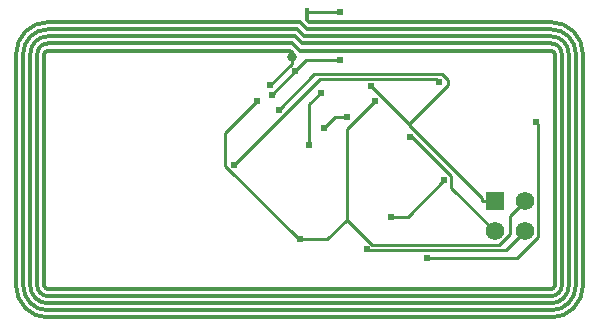
<source format=gbl>
G04 Layer: BottomLayer*
G04 EasyEDA v6.5.22, 2023-01-13 20:03:49*
G04 4af29382efde4495a0526e0f4e779ae0,8b4b4f1b4b1740689f263a8d45eed83e,10*
G04 Gerber Generator version 0.2*
G04 Scale: 100 percent, Rotated: No, Reflected: No *
G04 Dimensions in millimeters *
G04 leading zeros omitted , absolute positions ,4 integer and 5 decimal *
%FSLAX45Y45*%
%MOMM*%

%ADD10C,0.2540*%
%ADD11C,0.3000*%
%ADD12R,0.3000X0.7501*%
%ADD13R,1.5748X1.5748*%
%ADD14C,1.5748*%
%ADD15C,0.8080*%
%ADD16C,0.6096*%

%LPD*%
D10*
X5742914Y9636429D02*
G01*
X5882284Y9636429D01*
X6190868Y9945014D01*
X5146979Y10684967D02*
G01*
X5049723Y10587710D01*
X5049723Y10242702D01*
X6870700Y9512300D02*
G01*
X6715404Y9357004D01*
X5536082Y9357004D01*
X5534482Y9358604D01*
X6043371Y9288932D02*
G01*
X6810578Y9288932D01*
X6985330Y9463684D01*
X6985330Y10419714D01*
X6965619Y10439425D01*
X5367096Y9611105D02*
G01*
X5367096Y10376814D01*
X5608447Y10618165D01*
X4973396Y9445853D02*
G01*
X4958130Y9445853D01*
X4337075Y10066909D01*
X4337075Y10346385D01*
X4604715Y10614025D01*
X5367096Y9611105D02*
G01*
X5201843Y9445853D01*
X4973396Y9445853D01*
X5367096Y9611105D02*
G01*
X5580202Y9398000D01*
X6655841Y9398000D01*
X6743700Y9485858D01*
X6743700Y9639300D01*
X6870700Y9766300D01*
X4410963Y10077373D02*
G01*
X5136641Y10803051D01*
X6119063Y10803051D01*
X6149340Y10772775D01*
X6616700Y9512300D02*
G01*
X6249441Y9879558D01*
X6249441Y9978720D01*
X5915812Y10312349D01*
X5901690Y10312349D01*
X5892622Y10421645D02*
G01*
X6225793Y10754817D01*
X6225793Y10794390D01*
X6176340Y10843844D01*
X5091226Y10843844D01*
X4788509Y10541127D01*
X6509994Y9766300D02*
G01*
X6509994Y9792970D01*
X5892596Y10410367D01*
X5892596Y10421620D01*
X5892622Y10421645D01*
X5892622Y10421645D02*
G01*
X5570423Y10743819D01*
X6616700Y9766300D02*
G01*
X6509994Y9766300D01*
X4925618Y10866374D02*
G01*
X4729454Y10670209D01*
X5171338Y10386771D02*
G01*
X5267680Y10483113D01*
X5364937Y10483113D01*
X4902200Y10985500D02*
G01*
X4902200Y10930128D01*
X4719193Y10747120D01*
X4902200Y10985500D02*
G01*
X4902200Y11026520D01*
X4885690Y11043005D01*
X2835706Y11043005D01*
X2833243Y11042904D01*
X2830804Y11042599D01*
X2828391Y11042091D01*
X2826004Y11041405D01*
X2823718Y11040516D01*
X2821482Y11039424D01*
X2819374Y11038179D01*
X2817368Y11036731D01*
X2815463Y11035156D01*
X2813710Y11033404D01*
X2812110Y11031550D01*
X2810662Y11029543D01*
X2809392Y11027435D01*
X2808300Y11025200D01*
X2807385Y11022914D01*
X2806674Y11020552D01*
X2806166Y11018138D01*
X2805836Y11015700D01*
X2805709Y11013236D01*
X2805709Y11013008D01*
X4925618Y10866374D02*
G01*
X5019344Y10960100D01*
X5308600Y10960100D01*
X5308600Y11366500D02*
G01*
X5029200Y11366500D01*
D11*
X5029200Y11379200D02*
G01*
X5029200Y11366500D01*
X5029200Y11299520D01*
X5045709Y11283010D01*
X7095693Y11283010D01*
X2835706Y11043005D02*
G01*
X4885690Y11043005D01*
X4902200Y11026520D01*
X4902200Y10985500D01*
X7095693Y11223015D02*
G01*
X5025694Y11223015D01*
X4965700Y11283010D01*
X2835706Y11283010D01*
X7095693Y11103000D02*
G01*
X4985689Y11103000D01*
X4925695Y11163020D01*
X2835706Y11163020D01*
X7095693Y11163020D02*
G01*
X5005704Y11163020D01*
X4945710Y11223015D01*
X2835706Y11223015D01*
X7095693Y11043005D02*
G01*
X4965700Y11043005D01*
X4905705Y11103000D01*
X2835706Y11103000D01*
X2565704Y11013008D02*
G01*
X2565704Y9053017D01*
X2625699Y11013008D02*
G01*
X2625699Y9053017D01*
X2685694Y11013008D02*
G01*
X2685694Y9053017D01*
X2745714Y11013008D02*
G01*
X2745714Y9053017D01*
X2805709Y11013008D02*
G01*
X2805709Y9053017D01*
X7365695Y11013008D02*
G01*
X7365695Y9053017D01*
X7305700Y11013008D02*
G01*
X7305700Y9053017D01*
X7245705Y11013008D02*
G01*
X7245705Y9053017D01*
X7185685Y11013008D02*
G01*
X7185685Y9053017D01*
X7125690Y11013008D02*
G01*
X7125690Y9053017D01*
X7095693Y8783015D02*
G01*
X2835706Y8783015D01*
X7095693Y8843010D02*
G01*
X2835706Y8843010D01*
X7095693Y8903004D02*
G01*
X2835706Y8903004D01*
X7095693Y8963025D02*
G01*
X2835706Y8963025D01*
X7095693Y9023019D02*
G01*
X2835706Y9023019D01*
D12*
G01*
X5029200Y11366500D03*
D11*
G75*
G01*
X2835707Y11043006D02*
G03*
X2805709Y11013008I0J-29998D01*
G75*
G01*
X2835707Y11103000D02*
G03*
X2745715Y11013008I0J-89992D01*
G75*
G01*
X2835707Y11163021D02*
G03*
X2685694Y11013008I-26J-149987D01*
G75*
G01*
X2835707Y11223015D02*
G03*
X2625700Y11013008I0J-210007D01*
G75*
G01*
X2835707Y11283010D02*
G03*
X2565705Y11013008I0J-270002D01*
G75*
G01*
X7095693Y11043006D02*
G02*
X7125691Y11013008I0J-29998D01*
G75*
G01*
X7095693Y11103000D02*
G02*
X7185685Y11013008I0J-89992D01*
G75*
G01*
X7095693Y11163021D02*
G02*
X7245706Y11013008I26J-149987D01*
G75*
G01*
X7095693Y11223015D02*
G02*
X7305700Y11013008I0J-210007D01*
G75*
G01*
X7095693Y11283010D02*
G02*
X7365695Y11013008I0J-270002D01*
G75*
G01*
X7095693Y9023020D02*
G03*
X7125691Y9053017I0J29997D01*
G75*
G01*
X7095693Y8963025D02*
G03*
X7185685Y9053017I0J89992D01*
G75*
G01*
X7095693Y8903005D02*
G03*
X7245706Y9053017I26J149987D01*
G75*
G01*
X7095693Y8843010D02*
G03*
X7305700Y9053017I0J210007D01*
G75*
G01*
X7095693Y8783015D02*
G03*
X7365695Y9053017I0J270002D01*
G75*
G01*
X2835707Y9023020D02*
G02*
X2805709Y9053017I0J29997D01*
G75*
G01*
X2835707Y8963025D02*
G02*
X2745715Y9053017I0J89992D01*
G75*
G01*
X2835707Y8903005D02*
G02*
X2685694Y9053017I-26J149987D01*
G75*
G01*
X2835707Y8843010D02*
G02*
X2625700Y9053017I0J210007D01*
G75*
G01*
X2835707Y8783015D02*
G02*
X2565705Y9053017I0J270002D01*
D13*
G01*
X6616700Y9766300D03*
D14*
G01*
X6870700Y9766300D03*
G01*
X6616700Y9512300D03*
G01*
X6870700Y9512300D03*
D15*
G01*
X4902200Y10985500D03*
D16*
G01*
X6190868Y9945014D03*
G01*
X5742914Y9636429D03*
G01*
X5049723Y10242702D03*
G01*
X5146979Y10684967D03*
G01*
X5534482Y9358604D03*
G01*
X6965619Y10439425D03*
G01*
X6043371Y9288932D03*
G01*
X4604715Y10614025D03*
G01*
X5608447Y10618165D03*
G01*
X4973396Y9445853D03*
G01*
X6149340Y10772775D03*
G01*
X4410963Y10077373D03*
G01*
X5901690Y10312349D03*
G01*
X4788509Y10541127D03*
G01*
X5570423Y10743819D03*
G01*
X4729454Y10670209D03*
G01*
X4925618Y10866374D03*
G01*
X5171338Y10386771D03*
G01*
X5364937Y10483113D03*
G01*
X4719193Y10747120D03*
G01*
X5308600Y10960100D03*
G01*
X5308600Y11366500D03*
M02*

</source>
